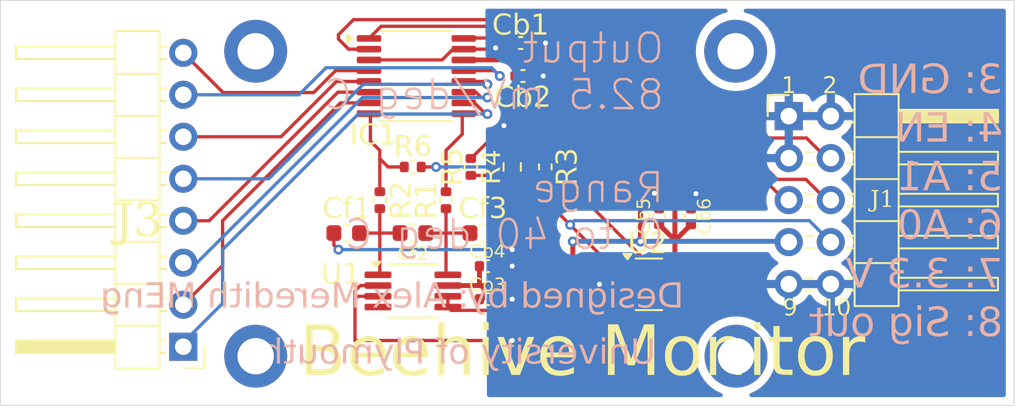
<source format=kicad_pcb>
(kicad_pcb (version 20240108) (generator "pcbnew") (generator_version "8.0")
  (layers (0 "F.Cu" signal) (31 "B.Cu" signal) (34 "B.Paste" user) (35 "F.Paste" user) (36 "B.SilkS" user "B.Silkscreen") (37 "F.SilkS" user "F.Silkscreen") (38 "B.Mask" user) (39 "F.Mask" user) (44 "Edge.Cuts" user))
  (net 0 "")
  (net 1 "+3.3V")
  (net 2 "GND")
  (net 3 "Net-(U1--IN)")
  (net 4 "Net-(U1-+IN)")
  (net 5 "Net-(IC1-S2A)")
  (net 6 "Net-(IC1-DA)")
  (net 7 "Net-(IC1-S3A)")
  (net 8 "Net-(IC1-S1A)")
  (net 9 "Net-(IC1-EN)")
  (net 10 "Net-(IC1-S2B)")
  (net 11 "Net-(IC1-S1B)")
  (net 12 "Net-(IC1-S4A)")
  (net 13 "Net-(IC1-A0)")
  (net 14 "Net-(IC1-A1)")
  (net 15 "Net-(IC1-S4B)")
  (net 16 "Net-(IC1-S3B)")
  (net 17 "Net-(IC1-DB)")
  (net 18 "Net-(J1-Pin_8)")
  (net 19 "Net-(U2-INA-)")
  (net 20 "Net-(R4-Pad2)")
  (net 21 "Net-(U1-SENSE)")
  (footprint "MountingHole:MountingHole_2.2mm_M2_DIN965_Pad_TopBottom" (layer "F.Cu") (at 139.5 53)
    (property "Reference" "H1" (hide yes))
    (property "Value" "MountingHole")
    (pad "1" thru_hole circle (at 0 0) (size 2.6 2.6) (drill 2.2) (layers "*.Cu" "*.Mask"))
    (pad "1" connect circle (at 0 0) (size 3.8 3.8) (layers "F.Cu" "F.Mask"))
    (pad "1" connect circle (at 0 0) (size 3.8 3.8) (layers "B.Cu" "B.Mask"))
  )
  (footprint "Capacitor_SMD:C_0603_1608Metric" (layer "F.Cu") (at 120 64)
    (property "Reference" "Cf2" (at 0 1.3 0) (layer "F.SilkS") (effects (font (size 0.8 0.8) (thickness 0.125))))
    (property "Value" "10n")
    (fp_line (start -0.14058 -0.51) (end 0.14058 -0.51) (stroke (width 0.12)) (layer "F.SilkS"))
    (fp_line (start -0.14058 0.51) (end 0.14058 0.51) (stroke (width 0.12)) (layer "F.SilkS"))
    (pad "1" smd roundrect (at -0.775 0) (size 0.9 0.95) (layers "F.Cu" "F.Paste" "F.Mask") (net 3 "Net-(U1--IN)"))
    (pad "2" smd roundrect (at 0.775 0) (size 0.9 0.95) (layers "F.Cu" "F.Paste" "F.Mask") (net 4 "Net-(U1-+IN)"))
  )
  (footprint "Resistor_SMD:R_0402_1005Metric" (layer "F.Cu") (at 123.5 60 90)
    (property "Reference" "R5" (at 0 -1.05 90) (layer "F.SilkS") (effects (font (size 1.25 1.25))))
    (property "Value" "250")
    (fp_line (start -0.153641 -0.38) (end 0.153641 -0.38) (stroke (width 0.12)) (layer "F.SilkS"))
    (fp_line (start -0.153641 0.38) (end 0.153641 0.38) (stroke (width 0.12)) (layer "F.SilkS"))
    (pad "1" smd roundrect (at -0.51 0 90) (size 0.54 0.64) (layers "F.Cu" "F.Paste" "F.Mask") (net 20 "Net-(R4-Pad2)"))
    (pad "2" smd roundrect (at 0.51 0 90) (size 0.54 0.64) (layers "F.Cu" "F.Paste" "F.Mask") (net 2 "GND"))
  )
  (footprint "Resistor_SMD:R_0402_1005Metric" (layer "F.Cu") (at 119.99 60)
    (property "Reference" "R6" (at 0 -1.17 0) (layer "F.SilkS") (effects (font (size 1.25 1.25))))
    (property "Value" "1M")
    (fp_line (start -0.153641 -0.38) (end 0.153641 -0.38) (stroke (width 0.12)) (layer "F.SilkS"))
    (fp_line (start -0.153641 0.38) (end 0.153641 0.38) (stroke (width 0.12)) (layer "F.SilkS"))
    (pad "1" smd roundrect (at -0.51 0) (size 0.54 0.64) (layers "F.Cu" "F.Paste" "F.Mask") (net 6 "Net-(IC1-DA)"))
    (pad "2" smd roundrect (at 0.51 0) (size 0.54 0.64) (layers "F.Cu" "F.Paste" "F.Mask") (net 2 "GND"))
  )
  (footprint "MountingHole:MountingHole_2.2mm_M2_DIN965_Pad_TopBottom" (layer "F.Cu") (at 110.5 71.45)
    (property "Reference" "H3" (hide yes))
    (property "Value" "MountingHole")
    (pad "1" thru_hole circle (at 0 0) (size 2.6 2.6) (drill 2.2) (layers "*.Cu" "*.Mask"))
    (pad "1" connect circle (at 0 0) (size 3.8 3.8) (layers "F.Cu" "F.Mask"))
    (pad "1" connect circle (at 0 0) (size 3.8 3.8) (layers "B.Cu" "B.Mask"))
  )
  (footprint "Connector_PinHeader_2.54mm:PinHeader_2x05_P2.54mm_Horizontal" (layer "F.Cu") (at 142.71 56.925)
    (property "Reference" "J1" (at 5.65 5.075 0) (layer "F.SilkS"))
    (property "Value" "Conn_02x05_Odd_Even")
    (fp_line (start -1.27 -1.27) (end 0 -1.27) (stroke (width 0.12)) (layer "F.SilkS"))
    (fp_line (start -1.27 0) (end -1.27 -1.27) (stroke (width 0.12)) (layer "F.SilkS"))
    (fp_line (start 1.042929 2.16) (end 1.497071 2.16) (stroke (width 0.12)) (layer "F.SilkS"))
    (fp_line (start 1.042929 2.92) (end 1.497071 2.92) (stroke (width 0.12)) (layer "F.SilkS"))
    (fp_line (start 1.042929 4.7) (end 1.497071 4.7) (stroke (width 0.12)) (layer "F.SilkS"))
    (fp_line (start 1.042929 5.46) (end 1.497071 5.46) (stroke (width 0.12)) (layer "F.SilkS"))
    (fp_line (start 1.042929 7.24) (end 1.497071 7.24) (stroke (width 0.12)) (layer "F.SilkS"))
    (fp_line (start 1.042929 8) (end 1.497071 8) (stroke (width 0.12)) (layer "F.SilkS"))
    (fp_line (start 1.042929 9.78) (end 1.497071 9.78) (stroke (width 0.12)) (layer "F.SilkS"))
    (fp_line (start 1.042929 10.54) (end 1.497071 10.54) (stroke (width 0.12)) (layer "F.SilkS"))
    (fp_line (start 1.11 -0.38) (end 1.497071 -0.38) (stroke (width 0.12)) (layer "F.SilkS"))
    (fp_line (start 1.11 0.38) (end 1.497071 0.38) (stroke (width 0.12)) (layer "F.SilkS"))
    (fp_line (start 3.582929 -0.38) (end 3.98 -0.38) (stroke (width 0.12)) (layer "F.SilkS"))
    (fp_line (start 3.582929 0.38) (end 3.98 0.38) (stroke (width 0.12)) (layer "F.SilkS"))
    (fp_line (start 3.582929 2.16) (end 3.98 2.16) (stroke (width 0.12)) (layer "F.SilkS"))
    (fp_line (start 3.582929 2.92) (end 3.98 2.92) (stroke (width 0.12)) (layer "F.SilkS"))
    (fp_line (start 3.582929 4.7) (end 3.98 4.7) (stroke (width 0.12)) (layer "F.SilkS"))
    (fp_line (start 3.582929 5.46) (end 3.98 5.46) (stroke (width 0.12)) (layer "F.SilkS"))
    (fp_line (start 3.582929 7.24) (end 3.98 7.24) (stroke (width 0.12)) (layer "F.SilkS"))
    (fp_line (start 3.582929 8) (end 3.98 8) (stroke (width 0.12)) (layer "F.SilkS"))
    (fp_line (start 3.582929 9.78) (end 3.98 9.78) (stroke (width 0.12)) (layer "F.SilkS"))
    (fp_line (start 3.582929 10.54) (end 3.98 10.54) (stroke (width 0.12)) (layer "F.SilkS"))
    (fp_line (start 3.98 -1.33) (end 3.98 11.49) (stroke (width 0.12)) (layer "F.SilkS"))
    (fp_line (start 3.98 1.27) (end 6.64 1.27) (stroke (width 0.12)) (layer "F.SilkS"))
    (fp_line (start 3.98 3.81) (end 6.64 3.81) (stroke (width 0.12)) (layer "F.SilkS"))
    (fp_line (start 3.98 6.35) (end 6.64 6.35) (stroke (width 0.12)) (layer "F.SilkS"))
    (fp_line (start 3.98 8.89) (end 6.64 8.89) (stroke (width 0.12)) (layer "F.SilkS"))
    (fp_line (start 3.98 11.49) (end 6.64 11.49) (stroke (width 0.12)) (layer "F.SilkS"))
    (fp_line (start 6.64 -1.33) (end 3.98 -1.33) (stroke (width 0.12)) (layer "F.SilkS"))
    (fp_line (start 6.64 -0.38) (end 12.64 -0.38) (stroke (width 0.12)) (layer "F.SilkS"))
    (fp_line (start 6.64 -0.32) (end 12.64 -0.32) (stroke (width 0.12)) (layer "F.SilkS"))
    (fp_line (start 6.64 -0.2) (end 12.64 -0.2) (stroke (width 0.12)) (layer "F.SilkS"))
    (fp_line (start 6.64 -0.08) (end 12.64 -0.08) (stroke (width 0.12)) (layer "F.SilkS"))
    (fp_line (start 6.64 0.04) (end 12.64 0.04) (stroke (width 0.12)) (layer "F.SilkS"))
    (fp_line (start 6.64 0.16) (end 12.64 0.16) (stroke (width 0.12)) (layer "F.SilkS"))
    (fp_line (start 6.64 0.28) (end 12.64 0.28) (stroke (width 0.12)) (layer "F.SilkS"))
    (fp_line (start 6.64 2.16) (end 12.64 2.16) (stroke (width 0.12)) (layer "F.SilkS"))
    (fp_line (start 6.64 4.7) (end 12.64 4.7) (stroke (width 0.12)) (layer "F.SilkS"))
    (fp_line (start 6.64 7.24) (end 12.64 7.24) (stroke (width 0.12)) (layer "F.SilkS"))
    (fp_line (start 6.64 9.78) (end 12.64 9.78) (stroke (width 0.12)) (layer "F.SilkS"))
    (fp_line (start 6.64 11.49) (end 6.64 -1.33) (stroke (width 0.12)) (layer "F.SilkS"))
    (fp_line (start 12.64 -0.38) (end 12.64 0.38) (stroke (width 0.12)) (layer "F.SilkS"))
    (fp_line (start 12.64 0.38) (end 6.64 0.38) (stroke (width 0.12)) (layer "F.SilkS"))
    (fp_line (start 12.64 2.16) (end 12.64 2.92) (stroke (width 0.12)) (layer "F.SilkS"))
    (fp_line (start 12.64 2.92) (end 6.64 2.92) (stroke (width 0.12)) (layer "F.SilkS"))
    (fp_line (start 12.64 4.7) (end 12.64 5.46) (stroke (width 0.12)) (layer "F.SilkS"))
    (fp_line (start 12.64 5.46) (end 6.64 5.46) (stroke (width 0.12)) (layer "F.SilkS"))
    (fp_line (start 12.64 7.24) (end 12.64 8) (stroke (width 0.12)) (layer "F.SilkS"))
    (fp_line (start 12.64 8) (end 6.64 8) (stroke (width 0.12)) (layer "F.SilkS"))
    (fp_line (start 12.64 9.78) (end 12.64 10.54) (stroke (width 0.12)) (layer "F.SilkS"))
    (fp_line (start 12.64 10.54) (end 6.64 10.54) (stroke (width 0.12)) (layer "F.SilkS"))
    (pad "1" thru_hole rect (at 0 0) (size 1.7 1.7) (drill 1) (layers "*.Cu" "*.Mask") (net 2 "GND"))
    (pad "2" thru_hole oval (at 2.54 0) (size 1.7 1.7) (drill 1) (layers "*.Cu" "*.Mask") (net 2 "GND"))
    (pad "3" thru_hole oval (at 0 2.54) (size 1.7 1.7) (drill 1) (layers "*.Cu" "*.Mask") (net 2 "GND"))
    (pad "4" thru_hole oval (at 2.54 2.54) (size 1.7 1.7) (drill 1) (layers "*.Cu" "*.Mask") (net 9 "Net-(IC1-EN)"))
    (pad "5" thru_hole oval (at 0 5.08) (size 1.7 1.7) (drill 1) (layers "*.Cu" "*.Mask") (net 14 "Net-(IC1-A1)"))
    (pad "6" thru_hole oval (at 2.54 5.08) (size 1.7 1.7) (drill 1) (layers "*.Cu" "*.Mask") (net 13 "Net-(IC1-A0)"))
    (pad "7" thru_hole oval (at 0 7.62) (size 1.7 1.7) (drill 1) (layers "*.Cu" "*.Mask") (net 1 "+3.3V"))
    (pad "8" thru_hole oval (at 2.54 7.62) (size 1.7 1.7) (drill 1) (layers "*.Cu" "*.Mask") (net 18 "Net-(J1-Pin_8)"))
    (pad "9" thru_hole oval (at 0 10.16) (size 1.7 1.7) (drill 1) (layers "*.Cu" "*.Mask") (net 2 "GND"))
    (pad "10" thru_hole oval (at 2.54 10.16) (size 1.7 1.7) (drill 1) (layers "*.Cu" "*.Mask") (net 2 "GND"))
  )
  (footprint "Resistor_SMD:R_0402_1005Metric" (layer "F.Cu") (at 118 62.01 -90)
    (property "Reference" "R2" (at 0 -1.35 90) (layer "F.SilkS") (effects (font (size 1.25 1.25))))
    (property "Value" "10k")
    (fp_line (start -0.153641 0.38) (end 0.153641 0.38) (stroke (width 0.12)) (layer "F.SilkS"))
    (fp_line (start -0.153641 -0.38) (end 0.153641 -0.38) (stroke (width 0.12)) (layer "F.SilkS"))
    (pad "1" smd roundrect (at -0.51 0 270) (size 0.54 0.64) (layers "F.Cu" "F.Paste" "F.Mask") (net 6 "Net-(IC1-DA)"))
    (pad "2" smd roundrect (at 0.51 0 270) (size 0.54 0.64) (layers "F.Cu" "F.Paste" "F.Mask") (net 3 "Net-(U1--IN)"))
  )
  (footprint "MountingHole:MountingHole_2.2mm_M2_DIN965_Pad_TopBottom" (layer "F.Cu") (at 110.5 53)
    (property "Reference" "H4" (hide yes))
    (property "Value" "MountingHole")
    (pad "1" thru_hole circle (at 0 0) (size 2.6 2.6) (drill 2.2) (layers "*.Cu" "*.Mask"))
    (pad "1" connect circle (at 0 0) (size 3.8 3.8) (layers "F.Cu" "F.Mask"))
    (pad "1" connect circle (at 0 0) (size 3.8 3.8) (layers "B.Cu" "B.Mask"))
  )
  (footprint "Resistor_SMD:R_0402_1005Metric" (layer "F.Cu") (at 128 60 90)
    (property "Reference" "R3" (at 0 1.375 90) (layer "F.SilkS") (effects (font (size 1.25 1.25))))
    (property "Value" "100k")
    (fp_line (start -0.153641 -0.38) (end 0.153641 -0.38) (stroke (width 0.12)) (layer "F.SilkS"))
    (fp_line (start -0.153641 0.38) (end 0.153641 0.38) (stroke (width 0.12)) (layer "F.SilkS"))
    (pad "1" smd roundrect (at -0.51 0 90) (size 0.54 0.64) (layers "F.Cu" "F.Paste" "F.Mask") (net 18 "Net-(J1-Pin_8)"))
    (pad "2" smd roundrect (at 0.51 0 90) (size 0.54 0.64) (layers "F.Cu" "F.Paste" "F.Mask") (net 19 "Net-(U2-INA-)"))
  )
  (footprint "Capacitor_SMD:C_0402_1005Metric" (layer "F.Cu") (at 124.5 68)
    (property "Reference" "Cb3" (at 0 -0.825 0) (layer "F.SilkS") (effects (font (size 0.8 0.8))))
    (property "Value" "1u")
    (fp_line (start -0.107836 -0.36) (end 0.107836 -0.36) (stroke (width 0.12)) (layer "F.SilkS"))
    (fp_line (start -0.107836 0.36) (end 0.107836 0.36) (stroke (width 0.12)) (layer "F.SilkS"))
    (pad "1" smd roundrect (at -0.48 0) (size 0.56 0.62) (layers "F.Cu" "F.Paste" "F.Mask") (net 1 "+3.3V"))
    (pad "2" smd roundrect (at 0.48 0) (size 0.56 0.62) (layers "F.Cu" "F.Paste" "F.Mask") (net 2 "GND"))
  )
  (footprint "Package_SO:TSSOP-16_4.4x5mm_P0.65mm" (layer "F.Cu") (at 120.2075 54.5)
    (property "Reference" "IC1" (at -2.6075 3.625 0) (layer "F.SilkS") (effects (font (size 1.25 1.25))))
    (property "Value" "ADG709BRUZ")
    (fp_line (start 0 -2.735) (end -2.2 -2.735) (stroke (width 0.12)) (layer "F.SilkS"))
    (fp_line (start 0 -2.735) (end 2.2 -2.735) (stroke (width 0.12)) (layer "F.SilkS"))
    (fp_line (start 0 2.735) (end -2.2 2.735) (stroke (width 0.12)) (layer "F.SilkS"))
    (fp_line (start 0 2.735) (end 2.2 2.735) (stroke (width 0.12)) (layer "F.SilkS"))
    (fp_poly (pts (xy -3.86 -2.275) (xy -4.19 -2.515) (xy -4.19 -2.035) (xy -3.86 -2.275)) (stroke (width 0.12)) (fill solid) (layer "F.SilkS"))
    (pad "1" smd roundrect (at -2.8625 -2.275) (size 1.475 0.4) (layers "F.Cu" "F.Paste" "F.Mask") (net 13 "Net-(IC1-A0)"))
    (pad "2" smd roundrect (at -2.8625 -1.625) (size 1.475 0.4) (layers "F.Cu" "F.Paste" "F.Mask") (net 9 "Net-(IC1-EN)"))
    (pad "3" smd roundrect (at -2.8625 -0.975) (size 1.475 0.4) (layers "F.Cu" "F.Paste" "F.Mask") (net 2 "GND"))
    (pad "4" smd roundrect (at -2.8625 -0.325) (size 1.475 0.4) (layers "F.Cu" "F.Paste" "F.Mask") (net 8 "Net-(IC1-S1A)"))
    (pad "5" smd roundrect (at -2.8625 0.325) (size 1.475 0.4) (layers "F.Cu" "F.Paste" "F.Mask") (net 5 "Net-(IC1-S2A)"))
    (pad "6" smd roundrect (at -2.8625 0.975) (size 1.475 0.4) (layers "F.Cu" "F.Paste" "F.Mask") (net 7 "Net-(IC1-S3A)"))
    (pad "7" smd roundrect (at -2.8625 1.625) (size 1.475 0.4) (layers "F.Cu" "F.Paste" "F.Mask") (net 12 "Net-(IC1-S4A)"))
    (pad "8" smd roundrect (at -2.8625 2.275) (size 1.475 0.4) (layers "F.Cu" "F.Paste" "F.Mask") (net 6 "Net-(IC1-DA)"))
    (pad "9" smd roundrect (at 2.8625 2.275) (size 1.475 0.4) (layers "F.Cu" "F.Paste" "F.Mask") (net 17 "Net-(IC1-DB)"))
    (pad "10" smd roundrect (at 2.8625 1.625) (size 1.475 0.4) (layers "F.Cu" "F.Paste" "F.Mask") (net 15 "Net-(IC1-S4B)"))
    (pad "11" smd roundrect (at 2.8625 0.975) (size 1.475 0.4) (layers "F.Cu" "F.Paste" "F.Mask") (net 16 "Net-(IC1-S3B)"))
    (pad "12" smd roundrect (at 2.8625 0.325) (size 1.475 0.4) (layers "F.Cu" "F.Paste" "F.Mask") (net 10 "Net-(IC1-S2B)"))
    (pad "13" smd roundrect (at 2.8625 -0.325) (size 1.475 0.4) (layers "F.Cu" "F.Paste" "F.Mask") (net 11 "Net-(IC1-S1B)"))
    (pad "14" smd roundrect (at 2.8625 -0.975) (size 1.475 0.4) (layers "F.Cu" "F.Paste" "F.Mask") (net 1 "+3.3V"))
    (pad "15" smd roundrect (at 2.8625 -1.625) (size 1.475 0.4) (layers "F.Cu" "F.Paste" "F.Mask") (net 2 "GND"))
    (pad "16" smd roundrect (at 2.8625 -2.275) (size 1.475 0.4) (layers "F.Cu" "F.Paste" "F.Mask") (net 14 "Net-(IC1-A1)"))
  )
  (footprint "Capacitor_SMD:C_0402_1005Metric" (layer "F.Cu") (at 136.8 63.01 90)
    (property "Reference" "Cb6" (at 0.03 0.85 90) (layer "F.SilkS") (effects (font (size 0.8 0.8))))
    (property "Value" "100n")
    (fp_line (start -0.107836 -0.36) (end 0.107836 -0.36) (stroke (width 0.12)) (layer "F.SilkS"))
    (fp_line (start -0.107836 0.36) (end 0.107836 0.36) (stroke (width 0.12)) (layer "F.SilkS"))
    (pad "1" smd roundrect (at -0.48 0 90) (size 0.56 0.62) (layers "F.Cu" "F.Paste" "F.Mask") (net 1 "+3.3V"))
    (pad "2" smd roundrect (at 0.48 0 90) (size 0.56 0.62) (layers "F.Cu" "F.Paste" "F.Mask") (net 2 "GND"))
  )
  (footprint "Capacitor_SMD:C_0402_1005Metric" (layer "F.Cu") (at 134.88 63 90)
    (property "Reference" "Cb5" (at 0.02 -0.89 90) (layer "F.SilkS") (effects (font (size 0.8 0.8))))
    (property "Value" "1u")
    (fp_line (start -0.107836 -0.36) (end 0.107836 -0.36) (stroke (width 0.12)) (layer "F.SilkS"))
    (fp_line (start -0.107836 0.36) (end 0.107836 0.36) (stroke (width 0.12)) (layer "F.SilkS"))
    (pad "1" smd roundrect (at -0.48 0 90) (size 0.56 0.62) (layers "F.Cu" "F.Paste" "F.Mask") (net 1 "+3.3V"))
    (pad "2" smd roundrect (at 0.48 0 90) (size 0.56 0.62) (layers "F.Cu" "F.Paste" "F.Mask") (net 2 "GND"))
  )
  (footprint "Capacitor_SMD:C_0402_1005Metric" (layer "F.Cu") (at 124.5 66)
    (property "Reference" "Cb4" (at 0 -0.85 0) (layer "F.SilkS") (effects (font (size 0.8 0.8) (thickness 0.125))))
    (property "Value" "100n")
    (fp_line (start -0.107836 -0.36) (end 0.107836 -0.36) (stroke (width 0.12)) (layer "F.SilkS"))
    (fp_line (start -0.107836 0.36) (end 0.107836 0.36) (stroke (width 0.12)) (layer "F.SilkS"))
    (pad "1" smd roundrect (at -0.48 0) (size 0.56 0.62) (layers "F.Cu" "F.Paste" "F.Mask") (net 1 "+3.3V"))
    (pad "2" smd roundrect (at 0.48 0) (size 0.56 0.62) (layers "F.Cu" "F.Paste" "F.Mask") (net 2 "GND"))
  )
  (footprint "MountingHole:MountingHole_2.2mm_M2_DIN965_Pad_TopBottom" (layer "F.Cu") (at 139.525 71.45)
    (property "Reference" "H2" (hide yes))
    (property "Value" "MountingHole")
    (pad "1" thru_hole circle (at 0 0) (size 2.6 2.6) (drill 2.2) (layers "*.Cu" "*.Mask"))
    (pad "1" connect circle (at 0 0) (size 3.8 3.8) (layers "F.Cu" "F.Mask"))
    (pad "1" connect circle (at 0 0) (size 3.8 3.8) (layers "B.Cu" "B.Mask"))
  )
  (footprint "Resistor_SMD:R_0603_1608Metric" (layer "F.Cu") (at 126 60 -90)
    (property "Reference" "R4" (at 0.01 1.21 90) (layer "F.SilkS") (effects (font (size 1.15 1.15))))
    (property "Value" "6.2k")
    (fp_line (start -0.237258 0.5225) (end 0.237258 0.5225) (stroke (width 0.12)) (layer "F.SilkS"))
    (fp_line (start -0.237258 -0.5225) (end 0.237258 -0.5225) (stroke (width 0.12)) (layer "F.SilkS"))
    (pad "1" smd roundrect (at -0.825 0 270) (size 0.8 0.95) (layers "F.Cu" "F.Paste" "F.Mask") (net 19 "Net-(U2-INA-)"))
    (pad "2" smd roundrect (at 0.825 0 270) (size 0.8 0.95) (layers "F.Cu" "F.Paste" "F.Mask") (net 20 "Net-(R4-Pad2)"))
  )
  (footprint "Capacitor_SMD:C_0402_1005Metric" (layer "F.Cu") (at 126.51 52.5)
    (property "Reference" "Cb1" (at -0.01 -1.025 0) (layer "F.SilkS") (effects (font (size 1.25 1.25))))
    (property "Value" "100n")
    (fp_line (start -0.107836 -0.36) (end 0.107836 -0.36) (stroke (width 0.12)) (layer "F.SilkS"))
    (fp_line (start -0.107836 0.36) (end 0.107836 0.36) (stroke (width 0.12)) (layer "F.SilkS"))
    (pad "1" smd roundrect (at -0.48 0) (size 0.56 0.62) (layers "F.Cu" "F.Paste" "F.Mask") (net 1 "+3.3V"))
    (pad "2" smd roundrect (at 0.48 0) (size 0.56 0.62) (layers "F.Cu" "F.Paste" "F.Mask") (net 2 "GND"))
  )
  (footprint "Resistor_SMD:R_0402_1005Metric" (layer "F.Cu") (at 122 62.01 -90)
    (property "Reference" "R1" (at 0 1.125 90) (layer "F.SilkS") (effects (font (size 1.25 1.25))))
    (property "Value" "10k")
    (fp_line (start -0.153641 0.38) (end 0.153641 0.38) (stroke (width 0.12)) (layer "F.SilkS"))
    (fp_line (start -0.153641 -0.38) (end 0.153641 -0.38) (stroke (width 0.12)) (layer "F.SilkS"))
    (pad "1" smd roundrect (at -0.51 0 270) (size 0.54 0.64) (layers "F.Cu" "F.Paste" "F.Mask") (net 17 "Net-(IC1-DB)"))
    (pad "2" smd roundrect (at 0.51 0 270) (size 0.54 0.64) (layers "F.Cu" "F.Paste" "F.Mask") (net 4 "Net-(U1-+IN)"))
  )
  (footprint "Capacitor_SMD:C_0402_1005Metric" (layer "F.Cu") (at 126.65 54.5)
    (property "Reference" "Cb2" (at -0.01 1.34 0) (layer "F.SilkS") (effects (font (size 1.25 1.25))))
    (property "Value" "1u")
    (fp_line (start -0.107836 -0.36) (end 0.107836 -0.36) (stroke (width 0.12)) (layer "F.SilkS"))
    (fp_line (start -0.107836 0.36) (end 0.107836 0.36) (stroke (width 0.12)) (layer "F.SilkS"))
    (pad "1" smd roundrect (at -0.48 0) (size 0.56 0.62) (layers "F.Cu" "F.Paste" "F.Mask") (net 1 "+3.3V"))
    (pad "2" smd roundrect (at 0.48 0) (size 0.56 0.62) (layers "F.Cu" "F.Paste" "F.Mask") (net 2 "GND"))
  )
  (footprint "Connector_PinHeader_2.54mm:PinHeader_1x08_P2.54mm_Horizontal" (layer "F.Cu") (at 106.125 70.875 180)
    (property "Reference" "J3" (at 2.7 7.525 0) (layer "F.SilkS") (effects (font (size 2 2))))
    (property "Value" "Conn_01x08_Pin")
    (fp_line (start 10.1 18.16) (end 4.1 18.16) (stroke (width 0.12)) (layer "F.SilkS"))
    (fp_line (start 10.1 17.4) (end 10.1 18.16) (stroke (width 0.12)) (layer "F.SilkS"))
    (fp_line (start 10.1 15.62) (end 4.1 15.62) (stroke (width 0.12)) (layer "F.SilkS"))
    (fp_line (start 10.1 14.86) (end 10.1 15.62) (stroke (width 0.12)) (layer "F.SilkS"))
    (fp_line (start 10.1 13.08) (end 4.1 13.08) (stroke (width 0.12)) (layer "F.SilkS"))
    (fp_line (start 10.1 12.32) (end 10.1 13.08) (stroke (width 0.12)) (layer "F.SilkS"))
    (fp_line (start 10.1 10.54) (end 4.1 10.54) (stroke (width 0.12)) (layer "F.SilkS"))
    (fp_line (start 10.1 9.78) (end 10.1 10.54) (stroke (width 0.12)) (layer "F.SilkS"))
    (fp_line (start 10.1 8) (end 4.1 8) (stroke (width 0.12)) (layer "F.SilkS"))
    (fp_line (start 10.1 7.24) (end 10.1 8) (stroke (width 0.12)) (layer "F.SilkS"))
    (fp_line (start 10.1 5.46) (end 4.1 5.46) (stroke (width 0.12)) (layer "F.SilkS"))
    (fp_line (start 10.1 4.7) (end 10.1 5.46) (stroke (width 0.12)) (layer "F.SilkS"))
    (fp_line (start 10.1 2.92) (end 4.1 2.92) (stroke (width 0.12)) (layer "F.SilkS"))
    (fp_line (start 10.1 2.16) (end 10.1 2.92) (stroke (width 0.12)) (layer "F.SilkS"))
    (fp_line (start 10.1 0.38) (end 4.1 0.38) (stroke (width 0.12)) (layer "F.SilkS"))
    (fp_line (start 10.1 -0.38) (end 10.1 0.38) (stroke (width 0.12)) (layer "F.SilkS"))
    (fp_line (start 4.1 19.11) (end 4.1 -1.33) (stroke (width 0.12)) (layer "F.SilkS"))
    (fp_line (start 4.1 17.4) (end 10.1 17.4) (stroke (width 0.12)) (layer "F.SilkS"))
    (fp_line (start 4.1 14.86) (end 10.1 14.86) (stroke (width 0.12)) (layer "F.SilkS"))
    (fp_line (start 4.1 12.32) (end 10.1 12.32) (stroke (width 0.12)) (layer "F.SilkS"))
    (fp_line (start 4.1 9.78) (end 10.1 9.78) (stroke (width 0.12)) (layer "F.SilkS"))
    (fp_line (start 4.1 7.24) (end 10.1 7.24) (stroke (width 0.12)) (layer "F.SilkS"))
    (fp_line (start 4.1 4.7) (end 10.1 4.7) (stroke (width 0.12)) (layer "F.SilkS"))
    (fp_line (start 4.1 2.16) (end 10.1 2.16) (stroke (width 0.12)) (layer "F.SilkS"))
    (fp_line (start 4.1 0.28) (end 10.1 0.28) (stroke (width 0.12)) (layer "F.SilkS"))
    (fp_line (start 4.1 0.16) (end 10.1 0.16) (stroke (width 0.12)) (layer "F.SilkS"))
    (fp_line (start 4.1 0.04) (end 10.1 0.04) (stroke (width 0.12)) (layer "F.SilkS"))
    (fp_line (start 4.1 -0.08) (end 10.1 -0.08) (stroke (width 0.12)) (layer "F.SilkS"))
    (fp_line (start 4.1 -0.2) (end 10.1 -0.2) (stroke (width 0.12)) (layer "F.SilkS"))
    (fp_line (start 4.1 -0.32) (end 10.1 -0.32) (stroke (width 0.12)) (layer "F.SilkS"))
    (fp_line (start 4.1 -0.38) (end 10.1 -0.38) (stroke (width 0.12)) (layer "F.SilkS"))
    (fp_line (start 4.1 -1.33) (end 1.44 -1.33) (stroke (width 0.12)) (layer "F.SilkS"))
    (fp_line (start 1.44 19.11) (end 4.1 19.11) (stroke (width 0.12)) (layer "F.SilkS"))
    (fp_line (start 1.44 16.51) (end 4.1 16.51) (stroke (width 0.12)) (layer "F.SilkS"))
    (fp_line (start 1.44 13.97) (end 4.1 13.97) (stroke (width 0.12)) (layer "F.SilkS"))
    (fp_line (start 1.44 11.43) (end 4.1 11.43) (stroke (width 0.12)) (layer "F.SilkS"))
    (fp_line (start 1.44 8.89) (end 4.1 8.89) (stroke (width 0.12)) (layer "F.SilkS"))
    (fp_line (start 1.44 6.35) (end 4.1 6.35) (stroke (width 0.12)) (layer "F.SilkS"))
    (fp_line (start 1.44 3.81) (end 4.1 3.81) (stroke (width 0.12)) (layer "F.SilkS"))
    (fp_line (start 1.44 1.27) (end 4.1 1.27) (stroke (width 0.12)) (layer "F.SilkS"))
    (fp_line (start 1.44 -1.33) (end 1.44 19.11) (stroke (width 0.12)) (layer "F.SilkS"))
    (fp_line (start 1.11 0.38) (end 1.44 0.38) (stroke (width 0.12)) (layer "F.SilkS"))
    (fp_line (start 1.11 -0.38) (end 1.44 -0.38) (stroke (width 0.12)) (layer "F.SilkS"))
    (fp_line (start 1.042929 18.16) (end 1.44 18.16) (stroke (width 0.12)) (layer "F.SilkS"))
    (fp_line (start 1.042929 17.4) (end 1.44 17.4) (stroke (width 0.12)) (layer "F.SilkS"))
    (fp_line (start 1.042929 15.62) (end 1.44 15.62) (stroke (width 0.12)) (layer "F.SilkS"))
    (fp_line (start 1.042929 14.86) (end 1.44 14.86) (stroke (width 0.12)) (layer "F.SilkS"))
    (fp_line (start 1.042929 13.08) (end 1.44 13.08) (stroke (width 0.12)) (layer "F.SilkS"))
    (fp_line (start 1.042929 12.32) (end 1.44 12.32) (stroke (width 0.12)) (layer "F.SilkS"))
    (fp_line (start 1.042929 10.54) (end 1.44 10.54) (stroke (width 0.12)) (layer "F.SilkS"))
    (fp_line (start 1.042929 9.78) (end 1.44 9.78) (stroke (width 0.12)) (layer "F.SilkS"))
    (fp_line (start 1.042929 8) (end 1.44 8) (stroke (width 0.12)) (layer "F.SilkS"))
    (fp_line (start 1.042929 7.24) (end 1.44 7.24) (stroke (width 0.12)) (layer "F.SilkS"))
    (fp_line (start 1.042929 5.46) (end 1.44 5.46) (stroke (width 0.12)) (layer "F.SilkS"))
    (fp_line (start 1.042929 4.7) (end 1.44 4.7) (stroke (width 0.12)) (layer "F.SilkS"))
    (fp_line (start 1.042929 2.92) (end 1.44 2.92) (stroke (width 0.12)) (layer "F.SilkS"))
    (fp_line (start 1.042929 2.16) (end 1.44 2.16) (stroke (width 0.12)) (layer "F.SilkS"))
    (fp_line (start -1.27 0) (end -1.27 -1.27) (stroke (width 0.12)) (layer "F.SilkS"))
    (fp_line (start -1.27 -1.27) (end 0 -1.27) (stroke (width 0.12)) (layer "F.SilkS"))
    (pad "1" thru_hole rect (at 0 0 180) (size 1.7 1.7) (drill 1) (layers "*.Cu" "*.Mask") (net 15 "Net-(IC1-S4B)"))
    (pad "2" thru_hole oval (at 0 2.54 180) (size 1.7 1.7) (drill 1) (layers "*.Cu" "*.Mask") (net 12 "Net-(IC1-S4A)"))
    (pad "3" thru_hole oval (at 0 5.08 180) (size 1.7 1.7) (drill 1) (layers "*.Cu" "*.Mask") (net 16 "Net-(IC1-S3B)"))
    (pad "4" thru_hole oval (at 0 7.62 180) (size 1.7 1.7) (drill 1) (layers "*.Cu" "*.Mask") (net 7 "Net-(IC1-S3A)"))
    (pad "5" thru_hole oval (at 0 10.16 180) (size 1.7 1.7) (drill 1) (layers "*.Cu" "*.Mask") (net 10 "Net-(IC1-S2B)"))
    (pad "6" thru_hole oval (at 0 12.7 180) (size 1.7 1.7) (drill 1) (layers "*.Cu" "*.Mask") (net 5 "Net-(IC1-S2A)"))
    (pad "7" thru_hole oval (at 0 15.24 180) (size 1.7 1.7) (drill 1) (layers "*.Cu" "*.Mask") (net 11 "Net-(IC1-S1B)"))
    (pad "8" thru_hole oval (at 0 17.78 180) (size 1.7 1.7) (drill 1) (layers "*.Cu" "*.Mask") (net 8 "Net-(IC1-S1A)"))
  )
  (footprint "Capacitor_SMD:C_0603_1608Metric" (layer "F.Cu") (at 116 64)
    (property "Reference" "Cf1" (at 0 -1.43 0) (layer "F.SilkS") (effects (font (size 1.25 1.25))))
    (property "Value" "1n")
    (fp_line (start -0.14058 -0.51) (end 0.14058 -0.51) (stroke (width 0.12)) (layer "F.SilkS"))
    (fp_line (start -0.14058 0.51) (end 0.14058 0.51) (stroke (width 0.12)) (layer "F.SilkS"))
    (pad "1" smd roundrect (at -0.775 0) (size 0.9 0.95) (layers "F.Cu" "F.Paste" "F.Mask") (net 2 "GND"))
    (pad "2" smd roundrect (at 0.775 0) (size 0.9 0.95) (layers "F.Cu" "F.Paste" "F.Mask") (net 3 "Net-(U1--IN)"))
  )
  (footprint "Package_TO_SOT_SMD:SOT-23-5" (layer "F.Cu") (at 134.2625 67.1)
    (property "Reference" "U2" (at -0.0825 -2.41 0) (layer "F.SilkS") (effects (font (size 1.25 1.25))))
    (property "Value" "MAX44241AUK+T")
    (fp_line (start 0 -1.56) (end -0.8 -1.56) (stroke (width 0.12)) (layer "F.SilkS"))
    (fp_line (start 0 -1.56) (end 0.8 -1.56) (stroke (width 0.12)) (layer "F.SilkS"))
    (fp_line (start 0 1.56) (end -0.8 1.56) (stroke (width 0.12)) (layer "F.SilkS"))
    (fp_line (start 0 1.56) (end 0.8 1.56) (stroke (width 0.12)) (layer "F.SilkS"))
    (fp_poly (pts (xy -1.3 -1.51) (xy -1.54 -1.84) (xy -1.06 -1.84) (xy -1.3 -1.51)) (stroke (width 0.12)) (fill solid) (layer "F.SilkS"))
    (pad "1" smd roundrect (at -1.1375 -0.95) (size 1.325 0.6) (layers "F.Cu" "F.Paste" "F.Mask") (net 18 "Net-(J1-Pin_8)"))
    (pad "2" smd roundrect (at -1.1375 0) (size 1.325 0.6) (layers "F.Cu" "F.Paste" "F.Mask") (net 2 "GND"))
    (pad "3" smd roundrect (at -1.1375 0.95) (size 1.325 0.6) (layers "F.Cu" "F.Paste" "F.Mask") (net 21 "Net-(U1-SENSE)"))
    (pad "4" smd roundrect (at 1.1375 0.95) (size 1.325 0.6) (layers "F.Cu" "F.Paste" "F.Mask") (net 19 "Net-(U2-INA-)"))
    (pad "5" smd roundrect (at 1.1375 -0.95) (size 1.325 0.6) (layers "F.Cu" "F.Paste" "F.Mask") (net 1 "+3.3V"))
  )
  (footprint "Package_SO:MSOP-8_3x3mm_P0.65mm" (layer "F.Cu") (at 120 67.5)
    (property "Reference" "U1" (at -4.35 -0.95 0) (layer "F.SilkS") (effects (font (size 1.25 1.25))))
    (property "Value" "AD8495")
    (fp_line (start 0 -1.61) (end -1.5 -1.61) (stroke (width 0.12)) (layer "F.SilkS"))
    (fp_line (start 0 -1.61) (end 1.5 -1.61) (stroke (width 0.12)) (layer "F.SilkS"))
    (fp_line (start 0 1.61) (end -1.5 1.61) (stroke (width 0.12)) (layer "F.SilkS"))
    (fp_line (start 0 1.61) (end 1.5 1.61) (stroke (width 0.12)) (layer "F.SilkS"))
    (fp_poly (pts (xy -2.2125 -1.435) (xy -2.4525 -1.765) (xy -1.9725 -1.765) (xy -2.2125 -1.435)) (stroke (width 0.12)) (fill solid) (layer "F.SilkS"))
    (pad "1" smd roundrect (at -2.1125 -0.975) (size 1.625 0.4) (layers "F.Cu" "F.Paste" "F.Mask") (net 3 "Net-(U1--IN)"))
    (pad "2" smd roundrect (at -2.1125 -0.325) (size 1.625 0.4) (layers "F.Cu" "F.Paste" "F.Mask") (net 2 "GND"))
    (pad "3" smd roundrect (at -2.1125 0.325) (size 1.625 0.4) (layers "F.Cu" "F.Paste" "F.Mask") (net 2 "GND"))
    (pad "4" smd roundrect (at -2.1125 0.975) (size 1.625 0.4) (layers "F.Cu" "F.Paste" "F.Mask"))
    (pad "5" smd roundrect (at 2.1125 0.975) (size 1.625 0.4) (layers "F.Cu" "F.Paste" "F.Mask") (net 21 "Net-(U1-SENSE)"))
    (pad "6" smd roundrect (at 2.1125 0.325) (size 1.625 0.4) (layers "F.Cu" "F.Paste" "F.Mask") (net 21 "Net-(U1-SENSE)"))
    (pad "7" smd roundrect (at 2.1125 -0.325) (size 1.625 0.4) (layers "F.Cu" "F.Paste" "F.Mask") (net 1 "+3.3V"))
    (pad "8" smd roundrect (at 2.1125 -0.975) (size 1.625 0.4) (layers "F.Cu" "F.Paste" "F.Mask") (net 4 "Net-(U1-+IN)"))
  )
  (footprint "Capacitor_SMD:C_0603_1608Metric" (layer "F.Cu") (at 124.225 64)
    (property "Reference" "Cf3" (at 0 -1.43 0) (layer "F.SilkS") (effects (font (size 1.25 1.25))))
    (property "Value" "1n")
    (fp_line (start -0.14058 -0.51) (end 0.14058 -0.51) (stroke (width 0.12)) (layer "F.SilkS"))
    (fp_line (start -0.14058 0.51) (end 0.14058 0.51) (stroke (width 0.12)) (layer "F.SilkS"))
    (pad "1" smd roundrect (at -0.775 0) (size 0.9 0.95) (layers "F.Cu" "F.Paste" "F.Mask") (net 4 "Net-(U1-+IN)"))
    (pad "2" smd roundrect (at 0.775 0) (size 0.9 0.95) (layers "F.Cu" "F.Paste" "F.Mask") (net 2 "GND"))
  )
  (gr_rect (start 95.075 49.925) (end 156.325 74.425) (stroke (width 0.05)) (fill none) (layer "Edge.Cuts"))
  (gr_text "Designed by: Alex Meredith MEng\n\n\n" (at 136.367603 73.8 0) (layer "B.SilkS") (effects (font (size 1.5 1.5) (thickness 0.125)) (justify left bottom mirror)))
  (gr_text "3: GND\n4: EN\n5: A1\n6: A0\n7: 3.3 V\n8: Sig out" (at 155.65 70.527722 0) (layer "B.SilkS") (effects (font (size 1.75 1.75)) (justify left bottom mirror)))
  (gr_text "University of Plymouth" (at 134.675 72.154123 0) (layer "B.SilkS") (effects (font (size 1.5 1.5) (thickness 0.1)) (justify left bottom mirror)))
  (gr_text "Output\n82.5 mV/deg C\n\nRange\n0 to 40 deg C" (at 135.287496 65.11 0) (layer "B.SilkS") (effects (font (size 1.75 1.75)) (justify left bottom mirror)))
  (gr_text "Beehive Monitor" (at 113.1 73.090374 0) (layer "F.SilkS") (effects (font (size 3 3) (thickness 0.1)) (justify left bottom)))
  (gr_text "1" (at 142.71 55.7 0) (layer "F.SilkS") (effects (font (size 1 1) (thickness 0.1)) (justify bottom)))
  (gr_text "9" (at 142.35 69.15 0) (layer "F.SilkS") (effects (font (size 1 1) (thickness 0.1)) (justify left bottom)))
  (gr_text "10" (at 144.7 69.15 0) (layer "F.SilkS") (effects (font (size 1 1) (thickness 0.1)) (justify left bottom)))
  (gr_text "2" (at 145.2 55.7 0) (layer "F.SilkS") (effects (font (size 1 1) (thickness 0.1)) (justify bottom)))
  (segment (start 126.03 52.5) (end 126.03 53.18) (width 0.2) (layer "F.Cu") (net 1))
  (segment (start 133.75 60.91) (end 133.75 59.25) (width 0.3) (layer "F.Cu") (net 1))
  (segment (start 126.05 66.95) (end 128.875 66.95) (width 0.3) (layer "F.Cu") (net 1))
  (segment (start 122.1125 67.175) (end 124 67.175) (width 0.3) (layer "F.Cu") (net 1))
  (segment (start 125.825 67.175) (end 126.05 66.95) (width 0.3) (layer "F.Cu") (net 1))
  (segment (start 129.662927 66.162073) (end 128.875 66.95) (width 0.3) (layer "F.Cu") (net 1))
  (segment (start 124 67.175) (end 125.825 67.175) (width 0.3) (layer "F.Cu") (net 1))
  (segment (start 126.75 53.4) (end 126.5 53.4) (width 0.3) (layer "F.Cu") (net 1))
  (segment (start 135.83 61.873154) (end 135.83 64.5) (width 0.3) (layer "F.Cu") (net 1))
  (segment (start 126.03 53.18) (end 126.25 53.4) (width 0.2) (layer "F.Cu") (net 1))
  (segment (start 124.25 68) (end 124.25 67.385) (width 0.2) (layer "F.Cu") (net 1))
  (segment (start 126.4 53.75) (end 126.75 53.4) (width 0.2) (layer "F.Cu") (net 1))
  (segment (start 135.83 64.43) (end 135.83 64.5) (width 0.3) (layer "F.Cu") (net 1))
  (segment (start 133.75 59.793154) (end 135.83 61.873154) (width 0.3) (layer "F.Cu") (net 1))
  (segment (start 124.02 67.155) (end 124 67.175) (width 0.2) (layer "F.Cu") (net 1))
  (segment (start 135.83 64.5) (end 135.83 65.72) (width 0.3) (layer "F.Cu") (net 1))
  (segment (start 126.4 54.5) (end 126.4 53.75) (width 0.2) (layer "F.Cu") (net 1))
  (segment (start 135.83 64.46) (end 135.83 64.5) (width 0.3) (layer "F.Cu") (net 1))
  (segment (start 133.75 64.511457) (end 133.75 60.91) (width 0.3) (layer "F.Cu") (net 1))
  (segment (start 129.662927 64.511457) (end 129.662927 66.162073) (width 0.3) (layer "F.Cu") (net 1))
  (segment (start 123.07 53.525) (end 125.125 53.525) (width 0.3) (layer "F.Cu") (net 1))
  (segment (start 126.25 53.4) (end 125.25 53.4) (width 0.3) (layer "F.Cu") (net 1))
  (segment (start 127.9 53.4) (end 126.75 53.4) (width 0.3) (layer "F.Cu") (net 1))
  (segment (start 126.5 53.4) (end 126.25 53.4) (width 0.3) (layer "F.Cu") (net 1))
  (segment (start 135.83 65.72) (end 135.4 66.15) (width 0.3) (layer "F.Cu") (net 1))
  (segment (start 133.75 60.91) (end 133.75 59.793154) (width 0.3) (layer "F.Cu") (net 1))
  (segment (start 133.75 59.25) (end 127.9 53.4) (width 0.3) (layer "F.Cu") (net 1))
  (segment (start 136.8 63.49) (end 135.83 64.46) (width 0.3) (layer "F.Cu") (net 1))
  (segment (start 124.25 67.385) (end 124.02 67.155) (width 0.2) (layer "F.Cu") (net 1))
  (segment (start 125.25 53.4) (end 125.125 53.525) (width 0.3) (layer "F.Cu") (net 1))
  (segment (start 124.02 66) (end 124.02 67.155) (width 0.3) (layer "F.Cu") (net 1))
  (segment (start 134.88 63.48) (end 135.83 64.43) (width 0.3) (layer "F.Cu") (net 1))
  (via (at 129.662927 64.511457) (size 0.6) (drill 0.3) (layers "F.Cu" "B.Cu") (net 1))
  (via (at 133.75 64.511457) (size 0.6) (drill 0.3) (layers "F.Cu" "B.Cu") (net 1))
  (segment (start 142.71 65.04) (end 142.17 64.5) (width 0.3) (layer "B.Cu") (net 1))
  (segment (start 129.674384 64.5) (end 129.662927 64.511457) (width 0.3) (layer "B.Cu") (net 1))
  (segment (start 142.17 64.5) (end 129.674384 64.5) (width 0.3) (layer "B.Cu") (net 1))
  (segment (start 116.5 67.5) (end 116.5 68) (width 0.2) (layer "F.Cu") (net 2))
  (segment (start 120.5 60) (end 121.4 60) (width 0.2) (layer "F.Cu") (net 2))
  (segment (start 133.125 67.1) (end 131.27 67.1) (width 0.3) (layer "F.Cu") (net 2))
  (segment (start 116.675 67.825) (end 116.5 68) (width 0.2) (layer "F.Cu") (net 2))
  (segment (start 134.88 62.52) (end 134.88 61.88) (width 0.3) (layer "F.Cu") (net 2))
  (segment (start 115.225 64) (end 115.225 64.725) (width 0.2) (layer "F.Cu") (net 2))
  (segment (start 116.5 70.5) (end 126 70.5) (width 0.2) (layer "F.Cu") (net 2))
  (segment (start 123.07 52.875) (end 124.925 52.875) (width 0.2) (layer "F.Cu") (net 2))
  (segment (start 122.414044 52.875) (end 123.07 52.875) (width 0.2) (layer "F.Cu") (net 2))
  (segment (start 126 64) (end 126 65) (width 0.2) (layer "F.Cu") (net 2))
  (segment (start 121.764044 53.525) (end 122.414044 52.875) (width 0.2) (layer "F.Cu") (net 2))
  (segment (start 136.8 61.92) (end 137.1 61.62) (width 0.3) (layer "F.Cu") (net 2))
  (segment (start 117.8875 67.175) (end 116.825 67.175) (width 0.2) (layer "F.Cu") (net 2))
  (segment (start 123.51 59.49) (end 125.5 57.5) (width 0.2) (layer "F.Cu") (net 2))
  (segment (start 127.125 54.5) (end 127.875 54.5) (width 0.2) (layer "F.Cu") (net 2))
  (segment (start 116.5 68) (end 116.5 70.5) (width 0.2) (layer "F.Cu") (net 2))
  (segment (start 117.345 53.525) (end 121.764044 53.525) (width 0.2) (layer "F.Cu") (net 2))
  (segment (start 125 64) (end 126 64) (width 0.2) (layer "F.Cu") (net 2))
  (segment (start 116.825 67.175) (end 116.5 67.5) (width 0.2) (layer "F.Cu") (net 2))
  (segment (start 124.98 66) (end 126 66) (width 0.2) (layer "F.Cu") (net 2))
  (segment (start 115.225 64.725) (end 115.5 65) (width 0.2) (layer "F.Cu") (net 2))
  (segment (start 134.88 61.88) (end 134.59 61.59) (width 0.3) (layer "F.Cu") (net 2))
  (segment (start 124.925 52.875) (end 125 52.8) (width 0.2) (layer "F.Cu") (net 2))
  (segment (start 124.75 68) (end 126 68) (width 0.2) (layer "F.Cu") (net 2))
  (segment (start 126.99 52.5) (end 128.01 52.5) (width 0.2) (layer "F.Cu") (net 2))
  (segment (start 117.8875 67.825) (end 116.675 67.825) (width 0.2) (layer "F.Cu") (net 2))
  (segment (start 136.8 62.53) (end 136.8 61.92) (width 0.3) (layer "F.Cu") (net 2))
  (segment (start 123.5 59.49) (end 123.51 59.49) (width 0.2) (layer "F.Cu") (net 2))
  (via (at 126 70.5) (size 0.6) (drill 0.3) (layers "F.Cu" "B.Cu") (net 2))
  (via (at 125 52.8) (size 0.6) (drill 0.3) (layers "F.Cu" "B.Cu") (net 2))
  (via (at 121.4 60) (size 0.6) (drill 0.3) (layers "F.Cu" "B.Cu") (net 2))
  (via (at 115.5 65) (size 0.6) (drill 0.3) (layers "F.Cu" "B.Cu") (net 2))
  (via (at 134.59 61.59) (size 0.6) (drill 0.3) (layers "F.Cu" "B.Cu") (net 2))
  (via (at 131.27 67.1) (size 0.6) (drill 0.3) (layers "F.Cu" "B.Cu") (net 2))
  (via (at 128.01 52.5) (size 0.6) (drill 0.3) (layers "F.Cu" "B.Cu") (net 2))
  (via (at 125.5 57.5) (size 0.6) (drill 0.3) (layers "F.Cu" "B.Cu") (net 2))
  (via (at 127.875 54.5) (size 0.6) (drill 0.3) (layers "F.Cu" "B.Cu") (net 2))
  (via (at 137.1 61.62) (size 0.6) (drill 0.3) (layers "F.Cu" "B.Cu") (net 2))
  (via (at 126 66) (size 0.6) (drill 0.3) (layers "F.Cu" "B.Cu") (net 2))
  (via (at 126 65) (size 0.6) (drill 0.3) (layers "F.Cu" "B.Cu") (net 2))
  (via (at 126 68) (size 0.6) (drill 0.3) (layers "F.Cu" "B.Cu") (net 2))
  (segment (start 115.5 65) (end 126 65) (width 0.2) (layer "B.Cu") (net 2))
  (segment (start 121.4 60) (end 126 60) (width 0.2) (layer "B.Cu") (net 2))
  (segment (start 118 66.4125) (end 117.8875 66.525) (width 0.2) (layer "F.Cu") (net 3))
  (segment (start 118 62.52) (end 118 64) (width 0.2) (layer "F.Cu") (net 3))
  (segment (start 118 64) (end 118 66.4125) (width 0.2) (layer "F.Cu") (net 3))
  (segment (start 116.775 64) (end 118 64) (width 0.2) (layer "F.Cu") (net 3))
  (segment (start 119.225 64) (end 118 64) (width 0.2) (layer "F.Cu") (net 3))
  (segment (start 123.45 64) (end 122 64) (width 0.2) (layer "F.Cu") (net 4))
  (segment (start 120.775 64) (end 122 64) (width 0.2) (layer "F.Cu") (net 4))
  (segment (start 122 62.52) (end 122 64) (width 0.2) (layer "F.Cu") (net 4))
  (segment (start 122 64) (end 122 66.4125) (width 0.2) (layer "F.Cu") (net 4))
  (segment (start 122 66.4125) (end 122.1125 66.525) (width 0.2) (layer "F.Cu") (net 4))
  (segment (start 116.7325 54.825) (end 117.4325 54.825) (width 0.2) (layer "F.Cu") (net 5))
  (segment (start 112.03 58.175) (end 112.3525 57.8525) (width 0.2) (layer "F.Cu") (net 5))
  (segment (start 112.3525 57.8525) (end 115.38 54.825) (width 0.2) (layer "F.Cu") (net 5))
  (segment (start 115.38 54.825) (end 117.345 54.825) (width 0.2) (layer "F.Cu") (net 5))
  (segment (start 106.125 58.175) (end 112.03 58.175) (width 0.2) (layer "F.Cu") (net 5))
  (segment (start 117.4325 58.4325) (end 118 59) (width 0.2) (layer "F.Cu") (net 6))
  (segment (start 118 59.5) (end 118 59) (width 0.2) (layer "F.Cu") (net 6))
  (segment (start 117.4325 56.775) (end 117.4325 58.4325) (width 0.2) (layer "F.Cu") (net 6))
  (segment (start 118.5 60) (end 118 59.5) (width 0.2) (layer "F.Cu") (net 6))
  (segment (start 118 61.5) (end 118 60) (width 0.2) (layer "F.Cu") (net 6))
  (segment (start 118 60) (end 118 59.5) (width 0.2) (layer "F.Cu") (net 6))
  (segment (start 119.48 60) (end 118.5 60) (width 0.2) (layer "F.Cu") (net 6))
  (segment (start 106.125 63.255) (end 107.687671 63.255) (width 0.2) (layer "F.Cu") (net 7))
  (segment (start 115.467671 55.475) (end 117.345 55.475) (width 0.2) (layer "F.Cu") (net 7))
  (segment (start 107.687671 63.255) (end 115.467671 55.475) (width 0.2) (layer "F.Cu") (net 7))
  (segment (start 116.7075 55.475) (end 117.4325 55.475) (width 0.2) (layer "F.Cu") (net 7))
  (segment (start 106.125 53.095) (end 108.53 55.5) (width 0.2) (layer "F.Cu") (net 8))
  (segment (start 115.325 54.175) (end 117.345 54.175) (width 0.2) (layer "F.Cu") (net 8))
  (segment (start 114 55.5) (end 115.325 54.175) (width 0.2) (layer "F.Cu") (net 8))
  (segment (start 108.53 55.5) (end 114 55.5) (width 0.2) (layer "F.Cu") (net 8))
  (segment (start 136.65 54.65) (end 136.65 52.574314) (width 0.2) (layer "F.Cu") (net 9))
  (segment (start 115.5 52) (end 115.5 52.25875) (width 0.2) (layer "F.Cu") (net 9))
  (segment (start 143.785 58.25) (end 140.25 58.25) (width 0.2) (layer "F.Cu") (net 9))
  (segment (start 136.65 52.574314) (end 135.165686 51.09) (width 0.2) (layer "F.Cu") (net 9))
  (segment (start 115.5 52.25875) (end 116.11625 52.875) (width 0.2) (layer "F.Cu") (net 9))
  (segment (start 145.25 59.715) (end 143.785 58.25) (width 0.2) (layer "F.Cu") (net 9))
  (segment (start 116.11625 52.875) (end 117.345 52.875) (width 0.2) (layer "F.Cu") (net 9))
  (segment (start 116.41 51.09) (end 115.5 52) (width 0.2) (layer "F.Cu") (net 9))
  (segment (start 135.165686 51.09) (end 116.41 51.09) (width 0.2) (layer "F.Cu") (net 9))
  (segment (start 140.25 58.25) (end 136.65 54.65) (width 0.2) (layer "F.Cu") (net 9))
  (segment (start 124.5 55) (end 124.325 54.825) (width 0.2) (layer "F.Cu") (net 10))
  (segment (start 124.325 54.825) (end 123.07 54.825) (width 0.2) (layer "F.Cu") (net 10))
  (via (at 124.5 55) (size 0.6) (drill 0.3) (layers "F.Cu" "B.Cu") (net 10))
  (segment (start 111.285 60.715) (end 117 55) (width 0.2) (layer "B.Cu") (net 10))
  (segment (start 106.125 60.715) (end 111.285 60.715) (width 0.2) (layer "B.Cu") (net 10))
  (segment (start 117 55) (end 124.5 55) (width 0.2) (layer "B.Cu") (net 10))
  (segment (start 125.25 54.5) (end 124.925 54.175) (width 0.2) (layer "F.Cu") (net 11))
  (segment (start 124.925 54.175) (end 123.07 54.175) (width 0.2) (layer "F.Cu") (net 11))
  (via (at 125.25 54.5) (size 0.6) (drill 0.3) (layers "F.Cu" "B.Cu") (net 11))
  (segment (start 114.75 54) (end 113.115 55.635) (width 0.2) (layer "B.Cu") (net 11))
  (segment (start 113.115 55.635) (end 106.125 55.635) (width 0.2) (layer "B.Cu") (net 11))
  (segment (start 125.25 54.5) (end 124.75 54) (width 0.2) (layer "B.Cu") (net 11))
  (segment (start 124.75 54) (end 114.75 54) (width 0.2) (layer "B.Cu") (net 11))
  (segment (start 106.125 68.335) (end 108.5 65.96) (width 0.2) (layer "F.Cu") (net 12))
  (segment (start 115.625 56.125) (end 117.345 56.125) (width 0.2) (layer "F.Cu") (net 12))
  (segment (start 108.5 63.25) (end 115.625 56.125) (width 0.2) (layer "F.Cu") (net 12))
  (segment (start 108.5 65.96) (end 108.5 63.25) (width 0.2) (layer "F.Cu") (net 12))
  (segment (start 143.745 60.75) (end 142 60.75) (width 0.2) (layer "F.Cu") (net 13))
  (segment (start 145.25 62.255) (end 143.745 60.75) (width 0.2) (layer "F.Cu") (net 13))
  (segment (start 142 60.75) (end 136.25 55) (width 0.2) (layer "F.Cu") (net 13))
  (segment (start 118.08 51.49) (end 117.345 52.225) (width 0.2) (layer "F.Cu") (net 13))
  (segment (start 136.25 52.74) (end 135 51.49) (width 0.2) (layer "F.Cu") (net 13))
  (segment (start 135 51.49) (end 118.08 51.49) (width 0.2) (layer "F.Cu") (net 13))
  (segment (start 136.25 55) (end 136.25 52.74) (width 0.2) (layer "F.Cu") (net 13))
  (segment (start 125.31 51.89) (end 125 52.2) (width 0.2) (layer "F.Cu") (net 14))
  (segment (start 125 52.2) (end 123.095 52.2) (width 0.2) (layer "F.Cu") (net 14))
  (segment (start 135.85 52.975) (end 134.765 51.89) (width 0.2) (layer "F.Cu") (net 14))
  (segment (start 135.85 55.395) (end 135.85 52.975) (width 0.2) (layer "F.Cu") (net 14))
  (segment (start 142.71 62.255) (end 135.85 55.395) (width 0.2) (layer "F.Cu") (net 14))
  (segment (start 123.095 52.2) (end 123.07 52.225) (width 0.2) (layer "F.Cu") (net 14))
  (segment (start 134.765 51.89) (end 125.31 51.89) (width 0.2) (layer "F.Cu") (net 14))
  (segment (start 124.400959 56.800003) (end 123.725956 56.125) (width 0.2) (layer "F.Cu") (net 15))
  (segment (start 124.5 56.800003) (end 124.400959 56.800003) (width 0.2) (layer "F.Cu") (net 15))
  (via (at 124.5 56.800003) (size 0.6) (drill 0.3) (layers "F.Cu" "B.Cu") (net 15))
  (segment (start 106.125 70.625) (end 108.5 68.25) (width 0.2) (layer "B.Cu") (net 15))
  (segment (start 106.125 70.875) (end 106.125 70.625) (width 0.2) (layer "B.Cu") (net 15))
  (segment (start 108.5 68.25) (end 108.5 65) (width 0.2) (layer "B.Cu") (net 15))
  (segment (start 116.699997 56.800003) (end 124.5 56.800003) (width 0.2) (layer "B.Cu") (net 15))
  (segment (start 108.5 65) (end 116.699997 56.800003) (width 0.2) (layer "B.Cu") (net 15))
  (segment (start 124.5 55.800003) (end 124.132502 55.800003) (width 0.2) (layer "F.Cu") (net 16))
  (segment (start 124.132502 55.800003) (end 123.807499 55.475) (width 0.2) (layer "F.Cu") (net 16))
  (segment (start 123.807499 55.475) (end 123.07 55.475) (width 0.2) (layer "F.Cu") (net 16))
  (via (at 124.5 55.800003) (size 0.6) (drill 0.3) (layers "F.Cu" "B.Cu") (net 16))
  (segment (start 106.955 65.795) (end 116.949997 55.800003) (width 0.2) (layer "B.Cu") (net 16))
  (segment (start 106.125 65.795) (end 106.955 65.795) (width 0.2) (layer "B.Cu") (net 16))
  (segment (start 116.949997 55.800003) (end 124.5 55.800003) (width 0.2) (layer "B.Cu") (net 16))
  (segment (start 122.9825 58.0175) (end 122 59) (width 0.2) (layer "F.Cu") (net 17))
  (segment (start 122.9825 56.775) (end 122.9825 58.0175) (width 0.2) (layer "F.Cu") (net 17))
  (segment (start 122 61.5) (end 122 59) (width 0.2) (layer "F.Cu") (net 17))
  (segment (start 129.5 63.5) (end 128 62) (width 0.2) (layer "F.Cu") (net 18))
  (segment (start 128 62) (end 128 60.51) (width 0.2) (layer "F.Cu") (net 18))
  (segment (start 133.125 66.15) (end 132.15 66.15) (width 0.2) (layer "F.Cu") (net 18))
  (segment (start 132.15 66.15) (end 129.5 63.5) (width 0.2) (layer "F.Cu") (net 18))
  (via (at 129.5 63.5) (size 0.6) (drill 0.3) (layers "F.Cu" "B.Cu") (net 18))
  (segment (start 145.25 64.545) (end 143.955 63.25) (width 0.2) (layer "B.Cu") (net 18))
  (segment (start 129.75 63.25) (end 129.5 63.5) (width 0.2) (layer "B.Cu") (net 18))
  (segment (start 143.955 63.25) (end 129.75 63.25) (width 0.2) (layer "B.Cu") (net 18))
  (segment (start 127.685 59.175) (end 128 59.49) (width 0.2) (layer "F.Cu") (net 19))
  (segment (start 134.33 67.07) (end 134.33 65.939986) (width 0.2) (layer "F.Cu") (net 19))
  (segment (start 135.31 68.05) (end 134.33 67.07) (width 0.2) (layer "F.Cu") (net 19))
  (segment (start 128.62 60.11) (end 128 59.49) (width 0.2) (layer "F.Cu") (net 19))
  (segment (start 135.4 68.05) (end 135.31 68.05) (width 0.2) (layer "F.Cu") (net 19))
  (segment (start 128.62 60.229986) (end 128.62 60.11) (width 0.2) (layer "F.Cu") (net 19))
  (segment (start 134.33 65.939986) (end 128.62 60.229986) (width 0.2) (layer "F.Cu") (net 19))
  (segment (start 126 59.175) (end 127.685 59.175) (width 0.2) (layer "F.Cu") (net 19))
  (segment (start 125.685 60.51) (end 126 60.825) (width 0.2) (layer "F.Cu") (net 20))
  (segment (start 123.5 60.51) (end 125.685 60.51) (width 0.2) (layer "F.Cu") (net 20))
  (segment (start 122.312499 68.674999) (end 122.1125 68.475) (width 0.2) (layer "F.Cu") (net 21))
  (segment (start 130.225001 68.674999) (end 122.312499 68.674999) (width 0.2) (layer "F.Cu") (net 21))
  (segment (start 130.85 68.05) (end 130.225001 68.674999) (width 0.2) (layer "F.Cu") (net 21))
  (segment (start 122.1125 67.825) (end 122.1125 68.475) (width 0.2) (layer "F.Cu") (net 21))
  (segment (start 133.125 68.05) (end 130.85 68.05) (width 0.2) (layer "F.Cu") (net 21))
  (zone (net 2) (net_name "GND") (layer "B.Cu") (connect_pads (clearance 0.5)) (min_thickness 0.25) (fill yes (thermal_gap 0.5) (thermal_bridge_width 0.5))
    (polygon (pts (xy 124.375 49.9) (xy 124.475 74.325) (xy 156.25 74.425) (xy 156.175 49.925)))
  )
)
</source>
